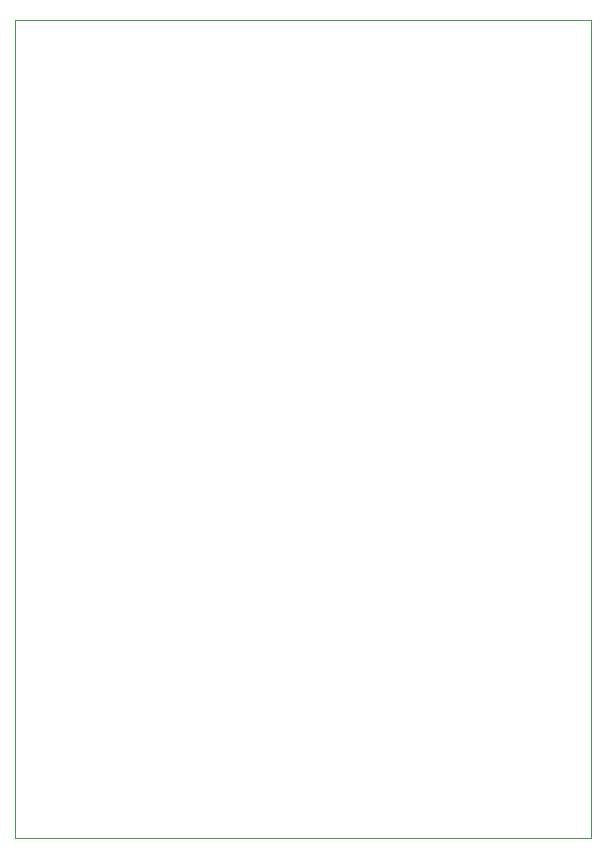
<source format=gbo>
G04 (created by PCBNEW (22-Jun-2014 BZR 4027)-stable) date Cts 25 Nis 2020 13:21:39 +03*
%MOIN*%
G04 Gerber Fmt 3.4, Leading zero omitted, Abs format*
%FSLAX34Y34*%
G01*
G70*
G90*
G04 APERTURE LIST*
%ADD10C,0.00590551*%
%ADD11C,0.00393701*%
G04 APERTURE END LIST*
G54D10*
G54D11*
X7150Y-6000D02*
X7400Y-6000D01*
X7150Y-6000D02*
X7150Y-6150D01*
X7150Y-6100D02*
X7150Y-6000D01*
X7150Y-33250D02*
X7150Y-6100D01*
X26350Y-33250D02*
X7150Y-33250D01*
X26350Y-6000D02*
X7200Y-6000D01*
X26350Y-33250D02*
X26350Y-6000D01*
X26350Y-6000D02*
X26350Y-33250D01*
X7200Y-6000D02*
X26350Y-6000D01*
M02*

</source>
